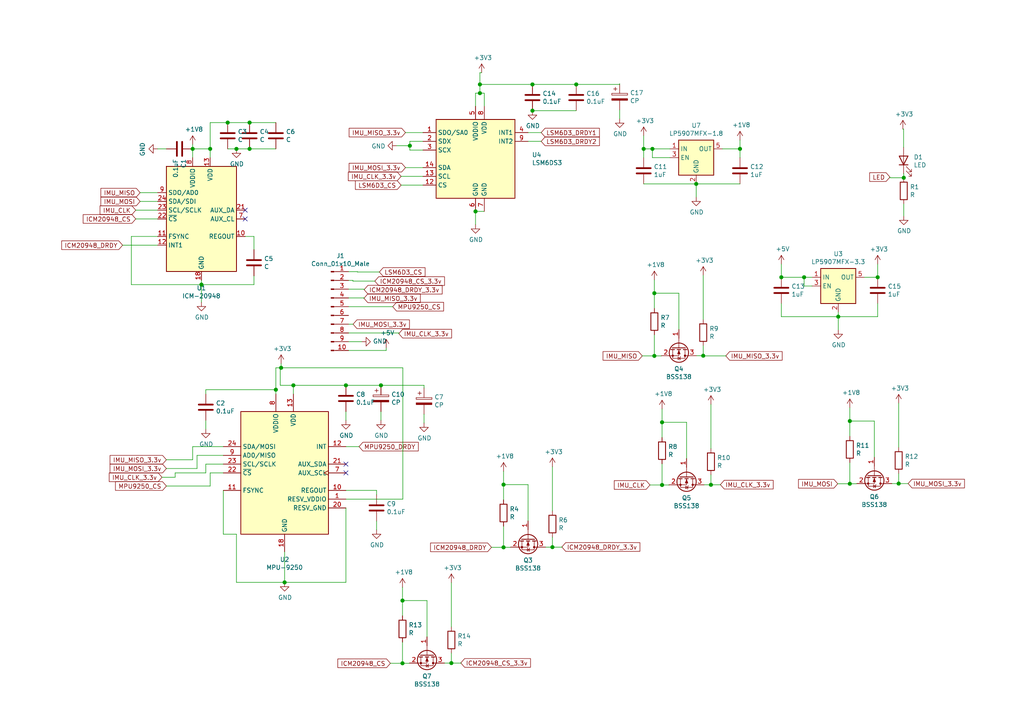
<source format=kicad_sch>
(kicad_sch (version 20200828) (generator eeschema)
  (page 1 1)
  (paper "A4")
  (lib_symbols
    (symbol "Connector:Conn_01x10_Male" (pin_names (offset 1.016) hide)
      (property "Reference" "J" (at 0 12.7 0))
      (property "Value" "Conn_01x10_Male" (at 0 -15.24 0))
      (symbol "Conn_01x10_Male_1_1"
        (rectangle (start 0.8636 -12.573) (end 0 -12.827) (stroke (width 0.1524)) (fill (type outline)))
        (rectangle (start 0.8636 -10.033) (end 0 -10.287) (stroke (width 0.1524)) (fill (type outline)))
        (rectangle (start 0.8636 -7.493) (end 0 -7.747) (stroke (width 0.1524)) (fill (type outline)))
        (rectangle (start 0.8636 -4.953) (end 0 -5.207) (stroke (width 0.1524)) (fill (type outline)))
        (rectangle (start 0.8636 -2.413) (end 0 -2.667) (stroke (width 0.1524)) (fill (type outline)))
        (rectangle (start 0.8636 0.127) (end 0 -0.127) (stroke (width 0.1524)) (fill (type outline)))
        (rectangle (start 0.8636 2.667) (end 0 2.413) (stroke (width 0.1524)) (fill (type outline)))
        (rectangle (start 0.8636 5.207) (end 0 4.953) (stroke (width 0.1524)) (fill (type outline)))
        (rectangle (start 0.8636 7.747) (end 0 7.493) (stroke (width 0.1524)) (fill (type outline)))
        (rectangle (start 0.8636 10.287) (end 0 10.033) (stroke (width 0.1524)) (fill (type outline)))
        (polyline (pts (xy 1.27 -12.7) (xy 0.8636 -12.7)) (stroke (width 0.1524)))
        (polyline (pts (xy 1.27 -10.16) (xy 0.8636 -10.16)) (stroke (width 0.1524)))
        (polyline (pts (xy 1.27 -7.62) (xy 0.8636 -7.62)) (stroke (width 0.1524)))
        (polyline (pts (xy 1.27 -5.08) (xy 0.8636 -5.08)) (stroke (width 0.1524)))
        (polyline (pts (xy 1.27 -2.54) (xy 0.8636 -2.54)) (stroke (width 0.1524)))
        (polyline (pts (xy 1.27 0) (xy 0.8636 0)) (stroke (width 0.1524)))
        (polyline (pts (xy 1.27 2.54) (xy 0.8636 2.54)) (stroke (width 0.1524)))
        (polyline (pts (xy 1.27 5.08) (xy 0.8636 5.08)) (stroke (width 0.1524)))
        (polyline (pts (xy 1.27 7.62) (xy 0.8636 7.62)) (stroke (width 0.1524)))
        (polyline (pts (xy 1.27 10.16) (xy 0.8636 10.16)) (stroke (width 0.1524)))
        (pin passive line (at 5.08 10.16 180) (length 3.81) (name "Pin_1") (number "1"))
        (pin passive line (at 5.08 -12.7 180) (length 3.81) (name "Pin_10") (number "10"))
        (pin passive line (at 5.08 7.62 180) (length 3.81) (name "Pin_2") (number "2"))
        (pin passive line (at 5.08 5.08 180) (length 3.81) (name "Pin_3") (number "3"))
        (pin passive line (at 5.08 2.54 180) (length 3.81) (name "Pin_4") (number "4"))
        (pin passive line (at 5.08 0 180) (length 3.81) (name "Pin_5") (number "5"))
        (pin passive line (at 5.08 -2.54 180) (length 3.81) (name "Pin_6") (number "6"))
        (pin passive line (at 5.08 -5.08 180) (length 3.81) (name "Pin_7") (number "7"))
        (pin passive line (at 5.08 -7.62 180) (length 3.81) (name "Pin_8") (number "8"))
        (pin passive line (at 5.08 -10.16 180) (length 3.81) (name "Pin_9") (number "9"))
      )
    )
    (symbol "Device:C" (pin_numbers hide) (pin_names (offset 0.254))
      (property "Reference" "C" (at 0.635 2.54 0))
      (property "Value" "C" (at 0.635 -2.54 0))
      (symbol "C_0_1"
        (polyline (pts (xy -2.032 -0.762) (xy 2.032 -0.762)) (stroke (width 0.508)))
        (polyline (pts (xy -2.032 0.762) (xy 2.032 0.762)) (stroke (width 0.508)))
      )
      (symbol "C_1_1"
        (pin passive line (at 0 3.81 270) (length 2.794) (name "~") (number "1"))
        (pin passive line (at 0 -3.81 90) (length 2.794) (name "~") (number "2"))
      )
    )
    (symbol "Device:CP" (pin_numbers hide) (pin_names (offset 0.254))
      (property "Reference" "C" (at 0.635 2.54 0))
      (property "Value" "CP" (at 0.635 -2.54 0))
      (symbol "CP_0_1"
        (rectangle (start -2.286 0.508) (end 2.286 1.016))
        (rectangle (start 2.286 -0.508) (end -2.286 -1.016) (fill (type outline)))
        (polyline (pts (xy -1.778 2.286) (xy -0.762 2.286)))
        (polyline (pts (xy -1.27 2.794) (xy -1.27 1.778)))
      )
      (symbol "CP_1_1"
        (pin passive line (at 0 3.81 270) (length 2.794) (name "~") (number "1"))
        (pin passive line (at 0 -3.81 90) (length 2.794) (name "~") (number "2"))
      )
    )
    (symbol "Device:LED" (pin_numbers hide) (pin_names (offset 1.016) hide)
      (property "Reference" "D" (at 0 2.54 0))
      (property "Value" "LED" (at 0 -2.54 0))
      (symbol "LED_0_1"
        (polyline (pts (xy -1.27 -1.27) (xy -1.27 1.27)) (stroke (width 0.254)))
        (polyline (pts (xy -1.27 0) (xy 1.27 0)))
        (polyline (pts (xy 1.27 -1.27) (xy 1.27 1.27) (xy -1.27 0) (xy 1.27 -1.27)) (stroke (width 0.254)))
        (polyline (pts (xy -3.048 -0.762) (xy -4.572 -2.286) (xy -3.81 -2.286) (xy -4.572 -2.286) (xy -4.572 -1.524)))
        (polyline (pts (xy -1.778 -0.762) (xy -3.302 -2.286) (xy -2.54 -2.286) (xy -3.302 -2.286) (xy -3.302 -1.524)))
      )
      (symbol "LED_1_1"
        (pin passive line (at -3.81 0 0) (length 2.54) (name "K") (number "1"))
        (pin passive line (at 3.81 0 180) (length 2.54) (name "A") (number "2"))
      )
    )
    (symbol "Device:R" (pin_numbers hide) (pin_names (offset 0))
      (property "Reference" "R" (at 2.032 0 90))
      (property "Value" "R" (at 0 0 90))
      (symbol "R_0_1"
        (rectangle (start -1.016 -2.54) (end 1.016 2.54) (stroke (width 0.254)))
      )
      (symbol "R_1_1"
        (pin passive line (at 0 3.81 270) (length 1.27) (name "~") (number "1"))
        (pin passive line (at 0 -3.81 90) (length 1.27) (name "~") (number "2"))
      )
    )
    (symbol "Regulator_Linear:LP5907MFX-1.8"
      (property "Reference" "U" (at -3.81 6.35 0))
      (property "Value" "LP5907MFX-1.8" (at 6.35 6.35 0))
      (symbol "LP5907MFX-1.8_0_1"
        (rectangle (start -5.08 -5.08) (end 5.08 5.08) (stroke (width 0.254)) (fill (type background)))
        (pin power_in line (at -7.62 2.54 0) (length 2.54) (name "IN") (number "1"))
        (pin power_in line (at 0 -7.62 90) (length 2.54) (name "GND") (number "2"))
        (pin input line (at -7.62 0 0) (length 2.54) (name "EN") (number "3"))
        (pin unconnected line (at 5.08 0 180) (length 2.54) hide (name "NC") (number "4"))
        (pin power_out line (at 7.62 2.54 180) (length 2.54) (name "OUT") (number "5"))
      )
    )
    (symbol "Regulator_Linear:LP5907MFX-3.3"
      (property "Reference" "U" (at -3.81 6.35 0))
      (property "Value" "LP5907MFX-3.3" (at 6.35 6.35 0))
      (symbol "LP5907MFX-3.3_0_1"
        (rectangle (start -5.08 -5.08) (end 5.08 5.08) (stroke (width 0.254)) (fill (type background)))
        (pin power_in line (at -7.62 2.54 0) (length 2.54) (name "IN") (number "1"))
        (pin power_in line (at 0 -7.62 90) (length 2.54) (name "GND") (number "2"))
        (pin input line (at -7.62 0 0) (length 2.54) (name "EN") (number "3"))
        (pin unconnected line (at 5.08 0 180) (length 2.54) hide (name "NC") (number "4"))
        (pin power_out line (at 7.62 2.54 180) (length 2.54) (name "OUT") (number "5"))
      )
    )
    (symbol "Sensor_Motion:ICM-20948"
      (property "Reference" "U" (at -11.43 16.51 0))
      (property "Value" "ICM-20948" (at 7.62 -16.51 0))
      (symbol "ICM-20948_0_1"
        (rectangle (start -10.16 15.24) (end 10.16 -15.24) (stroke (width 0.254)) (fill (type background)))
      )
      (symbol "ICM-20948_1_1"
        (pin unconnected line (at -10.16 12.7 0) (length 2.54) hide (name "NC") (number "1"))
        (pin passive line (at 12.7 -5.08 180) (length 2.54) (name "REGOUT") (number "10"))
        (pin input line (at -12.7 -5.08 0) (length 2.54) (name "FSYNC") (number "11"))
        (pin output line (at -12.7 -7.62 0) (length 2.54) (name "INT1") (number "12"))
        (pin power_in line (at 2.54 17.78 270) (length 2.54) (name "VDD") (number "13"))
        (pin unconnected line (at 10.16 7.62 180) (length 2.54) hide (name "NC") (number "14"))
        (pin unconnected line (at 10.16 5.08 180) (length 2.54) hide (name "NC") (number "15"))
        (pin unconnected line (at 10.16 -7.62 180) (length 2.54) hide (name "NC") (number "16"))
        (pin unconnected line (at 10.16 -10.16 180) (length 2.54) hide (name "NC") (number "17"))
        (pin power_in line (at 0 -17.78 90) (length 2.54) (name "GND") (number "18"))
        (pin unconnected line (at 10.16 -12.7 180) (length 2.54) hide (name "RESV") (number "19"))
        (pin unconnected line (at -10.16 10.16 0) (length 2.54) hide (name "NC") (number "2"))
        (pin passive line (at 0 -17.78 90) (length 2.54) hide (name "GND") (number "20"))
        (pin bidirectional line (at 12.7 2.54 180) (length 2.54) (name "AUX_DA") (number "21"))
        (pin input line (at -12.7 0 0) (length 2.54) (name "~CS") (number "22"))
        (pin input line (at -12.7 2.54 0) (length 2.54) (name "SCL/SCLK") (number "23"))
        (pin bidirectional line (at -12.7 5.08 0) (length 2.54) (name "SDA/SDI") (number "24"))
        (pin unconnected line (at -10.16 -2.54 0) (length 2.54) hide (name "NC") (number "3"))
        (pin unconnected line (at -10.16 -10.16 0) (length 2.54) hide (name "NC") (number "4"))
        (pin unconnected line (at -10.16 -12.7 0) (length 2.54) hide (name "NC") (number "5"))
        (pin unconnected line (at 10.16 10.16 180) (length 2.54) hide (name "NC") (number "6"))
        (pin output line (at 12.7 0 180) (length 2.54) (name "AUX_CL") (number "7"))
        (pin power_in line (at -2.54 17.78 270) (length 2.54) (name "VDDIO") (number "8"))
        (pin bidirectional line (at -12.7 7.62 0) (length 2.54) (name "SDO/AD0") (number "9"))
      )
    )
    (symbol "Sensor_Motion:LSM6DS3"
      (property "Reference" "U" (at -11.43 15.24 0))
      (property "Value" "LSM6DS3" (at -11.43 12.7 0))
      (symbol "LSM6DS3_0_1"
        (rectangle (start 11.43 11.43) (end -11.43 -11.43) (stroke (width 0.254)) (fill (type background)))
      )
      (symbol "LSM6DS3_1_1"
        (pin bidirectional line (at -15.24 7.62 0) (length 3.81) (name "SDO/SA0") (number "1"))
        (pin unconnected line (at 10.16 -5.08 180) (length 3.81) hide (name "NC") (number "10"))
        (pin unconnected line (at 10.16 -2.54 180) (length 3.81) hide (name "NC") (number "11"))
        (pin input line (at -15.24 -7.62 0) (length 3.81) (name "CS") (number "12"))
        (pin input line (at -15.24 -5.08 0) (length 3.81) (name "SCL") (number "13"))
        (pin bidirectional line (at -15.24 -2.54 0) (length 3.81) (name "SDA") (number "14"))
        (pin bidirectional line (at -15.24 5.08 0) (length 3.81) (name "SDX") (number "2"))
        (pin input line (at -15.24 2.54 0) (length 3.81) (name "SCX") (number "3"))
        (pin output line (at 15.24 7.62 180) (length 3.81) (name "INT1") (number "4"))
        (pin power_in line (at 0 15.24 270) (length 3.81) (name "VDDIO") (number "5"))
        (pin power_in line (at 0 -15.24 90) (length 3.81) (name "GND") (number "6"))
        (pin power_in line (at 2.54 -15.24 90) (length 3.81) (name "GND") (number "7"))
        (pin power_in line (at 2.54 15.24 270) (length 3.81) (name "VDD") (number "8"))
        (pin output line (at 15.24 5.08 180) (length 3.81) (name "INT2") (number "9"))
      )
    )
    (symbol "Sensor_Motion:MPU-9250"
      (property "Reference" "U" (at -11.43 19.05 0))
      (property "Value" "MPU-9250" (at 7.62 -19.05 0))
      (symbol "MPU-9250_0_1"
        (rectangle (start -12.7 17.78) (end 12.7 -17.78) (stroke (width 0.254)) (fill (type background)))
      )
      (symbol "MPU-9250_1_1"
        (pin input line (at 17.78 -7.62 180) (length 5.08) (name "RESV_VDDIO") (number "1"))
        (pin passive line (at 17.78 -5.08 180) (length 5.08) (name "REGOUT") (number "10"))
        (pin input line (at -17.78 -5.08 0) (length 5.08) (name "FSYNC") (number "11"))
        (pin output line (at 17.78 7.62 180) (length 5.08) (name "INT") (number "12"))
        (pin power_in line (at 2.54 22.86 270) (length 5.08) (name "VDD") (number "13"))
        (pin power_in line (at 0 -22.86 90) (length 5.08) (name "GND") (number "18"))
        (pin power_in line (at 17.78 -10.16 180) (length 5.08) (name "RESV_GND") (number "20"))
        (pin bidirectional line (at 17.78 2.54 180) (length 5.08) (name "AUX_SDA") (number "21"))
        (pin input line (at -17.78 0 0) (length 5.08) (name "~CS") (number "22"))
        (pin input line (at -17.78 2.54 0) (length 5.08) (name "SCL/SCLK") (number "23"))
        (pin bidirectional line (at -17.78 7.62 0) (length 5.08) (name "SDA/MOSI") (number "24"))
        (pin output clock (at 17.78 0 180) (length 5.08) (name "AUX_SCL") (number "7"))
        (pin power_in line (at -2.54 22.86 270) (length 5.08) (name "VDDIO") (number "8"))
        (pin bidirectional line (at -17.78 5.08 0) (length 5.08) (name "AD0/MISO") (number "9"))
      )
    )
    (symbol "Transistor_FET:BSS138" (pin_names hide)
      (property "Reference" "Q" (at 5.08 1.905 0))
      (property "Value" "BSS138" (at 5.08 0 0))
      (symbol "BSS138_0_1"
        (circle (center 1.651 0) (radius 2.794) (stroke (width 0.254)))
        (circle (center 2.54 -1.778) (radius 0.254) (fill (type outline)))
        (circle (center 2.54 1.778) (radius 0.254) (fill (type outline)))
        (polyline (pts (xy 0.254 0) (xy -2.54 0)))
        (polyline (pts (xy 0.254 1.905) (xy 0.254 -1.905)) (stroke (width 0.254)))
        (polyline (pts (xy 0.762 -1.27) (xy 0.762 -2.286)) (stroke (width 0.254)))
        (polyline (pts (xy 0.762 0.508) (xy 0.762 -0.508)) (stroke (width 0.254)))
        (polyline (pts (xy 0.762 2.286) (xy 0.762 1.27)) (stroke (width 0.254)))
        (polyline (pts (xy 2.54 2.54) (xy 2.54 1.778)))
        (polyline (pts (xy 2.54 -2.54) (xy 2.54 0) (xy 0.762 0)))
        (polyline (pts (xy 0.762 -1.778) (xy 3.302 -1.778) (xy 3.302 1.778) (xy 0.762 1.778)))
        (polyline (pts (xy 1.016 0) (xy 2.032 0.381) (xy 2.032 -0.381) (xy 1.016 0)) (fill (type outline)))
        (polyline (pts (xy 2.794 0.508) (xy 2.921 0.381) (xy 3.683 0.381) (xy 3.81 0.254)))
        (polyline (pts (xy 3.302 0.381) (xy 2.921 -0.254) (xy 3.683 -0.254) (xy 3.302 0.381)))
      )
      (symbol "BSS138_1_1"
        (pin input line (at -5.08 0 0) (length 2.54) (name "G") (number "1"))
        (pin passive line (at 2.54 -5.08 90) (length 2.54) (name "S") (number "2"))
        (pin passive line (at 2.54 5.08 270) (length 2.54) (name "D") (number "3"))
      )
    )
    (symbol "power:+1V8" (power) (pin_names (offset 0))
      (property "Value" "+1V8" (at 0 3.556 0))
      (symbol "+1V8_0_1"
        (polyline (pts (xy -0.762 1.27) (xy 0 2.54)))
        (polyline (pts (xy 0 0) (xy 0 2.54)))
        (polyline (pts (xy 0 2.54) (xy 0.762 1.27)))
      )
      (symbol "+1V8_1_1"
        (pin power_in line (at 0 0 90) (length 0) hide (name "+1V8") (number "1"))
      )
    )
    (symbol "power:+3V3" (power) (pin_names (offset 0))
      (property "Value" "+3V3" (at 0 3.556 0))
      (symbol "+3V3_0_1"
        (polyline (pts (xy -0.762 1.27) (xy 0 2.54)))
        (polyline (pts (xy 0 0) (xy 0 2.54)))
        (polyline (pts (xy 0 2.54) (xy 0.762 1.27)))
      )
      (symbol "+3V3_1_1"
        (pin power_in line (at 0 0 90) (length 0) hide (name "+3V3") (number "1"))
      )
    )
    (symbol "power:+5V" (power) (pin_names (offset 0))
      (property "Value" "+5V" (at 0 3.556 0))
      (symbol "+5V_0_1"
        (polyline (pts (xy -0.762 1.27) (xy 0 2.54)))
        (polyline (pts (xy 0 0) (xy 0 2.54)))
        (polyline (pts (xy 0 2.54) (xy 0.762 1.27)))
      )
      (symbol "+5V_1_1"
        (pin power_in line (at 0 0 90) (length 0) hide (name "+5V") (number "1"))
      )
    )
    (symbol "power:GND" (power) (pin_names (offset 0))
      (property "Value" "GND" (at 0 -3.81 0))
      (symbol "GND_0_1"
        (polyline (pts (xy 0 0) (xy 0 -1.27) (xy 1.27 -1.27) (xy 0 -2.54) (xy -1.27 -1.27) (xy 0 -1.27)))
      )
      (symbol "GND_1_1"
        (pin power_in line (at 0 0 270) (length 0) hide (name "GND") (number "1"))
      )
    )
  )
  (junction (at 55.88 43.18) (diameter 1.016))
  (junction (at 58.42 82.55) (diameter 1.016))
  (junction (at 60.96 43.18) (diameter 1.016))
  (junction (at 66.04 35.56) (diameter 1.016))
  (junction (at 68.58 43.18) (diameter 1.016))
  (junction (at 72.39 35.56) (diameter 1.016))
  (junction (at 72.39 43.18) (diameter 1.016))
  (junction (at 80.01 113.03) (diameter 1.016))
  (junction (at 81.534 106.68) (diameter 1.016))
  (junction (at 82.55 168.91) (diameter 1.016))
  (junction (at 85.09 111.76) (diameter 1.016))
  (junction (at 100.33 111.76) (diameter 1.016))
  (junction (at 110.49 111.76) (diameter 1.016))
  (junction (at 116.7384 174.1932) (diameter 1.016))
  (junction (at 116.7384 192.3796) (diameter 1.016))
  (junction (at 118.872 42.2656) (diameter 1.016))
  (junction (at 130.9116 192.3288) (diameter 1.016))
  (junction (at 137.922 61.3156) (diameter 1.016))
  (junction (at 139.192 24.4856) (diameter 1.016))
  (junction (at 139.192 27.0256) (diameter 1.016))
  (junction (at 146.05 140.5636) (diameter 1.016))
  (junction (at 146.05 158.75) (diameter 1.016))
  (junction (at 154.432 24.4856) (diameter 1.016))
  (junction (at 154.432 32.1056) (diameter 1.016))
  (junction (at 160.2232 158.6992) (diameter 1.016))
  (junction (at 167.132 24.4856) (diameter 1.016))
  (junction (at 186.69 43.18) (diameter 1.016))
  (junction (at 189.23 43.18) (diameter 1.016))
  (junction (at 189.7888 85.0392) (diameter 1.016))
  (junction (at 189.7888 103.2256) (diameter 1.016))
  (junction (at 192.024 122.4788) (diameter 1.016))
  (junction (at 192.024 140.6652) (diameter 1.016))
  (junction (at 201.93 53.34) (diameter 1.016))
  (junction (at 203.962 103.1748) (diameter 1.016))
  (junction (at 206.1972 140.6144) (diameter 1.016))
  (junction (at 214.63 43.18) (diameter 1.016))
  (junction (at 226.6188 80.4164) (diameter 1.016))
  (junction (at 233.2228 80.4164) (diameter 1.016))
  (junction (at 243.1288 91.8464) (diameter 1.016))
  (junction (at 246.4816 122.1232) (diameter 1.016))
  (junction (at 246.4816 140.3096) (diameter 1.016))
  (junction (at 254.5588 80.4164) (diameter 1.016))
  (junction (at 260.6548 140.2588) (diameter 1.016))
  (junction (at 262.128 51.562) (diameter 1.016))
  (no_connect (at 71.12 63.5))
  (no_connect (at 71.12 60.96))
  (no_connect (at 100.33 134.62))
  (no_connect (at 100.33 137.16))
  (wire (pts (xy 35.56 71.12) (xy 45.72 71.12)))
  (wire (pts (xy 38.1 68.58) (xy 38.1 82.55)))
  (wire (pts (xy 38.1 82.55) (xy 58.42 82.55)))
  (wire (pts (xy 39.37 60.96) (xy 45.72 60.96)))
  (wire (pts (xy 39.37 63.5) (xy 45.72 63.5)))
  (wire (pts (xy 40.64 58.42) (xy 45.72 58.42)))
  (wire (pts (xy 45.72 55.88) (xy 40.64 55.88)))
  (wire (pts (xy 45.72 68.58) (xy 38.1 68.58)))
  (wire (pts (xy 46.99 138.43) (xy 50.8 138.43)))
  (wire (pts (xy 48.26 43.18) (xy 45.72 43.18)))
  (wire (pts (xy 48.26 133.35) (xy 55.88 133.35)))
  (wire (pts (xy 48.26 140.97) (xy 60.96 140.97)))
  (wire (pts (xy 50.8 137.16) (xy 50.8 138.43)))
  (wire (pts (xy 50.8 137.16) (xy 59.69 137.16)))
  (wire (pts (xy 55.88 43.18) (xy 55.88 41.91)))
  (wire (pts (xy 55.88 43.18) (xy 60.96 43.18)))
  (wire (pts (xy 55.88 45.72) (xy 55.88 43.18)))
  (wire (pts (xy 55.88 129.54) (xy 55.88 133.35)))
  (wire (pts (xy 55.88 129.54) (xy 64.77 129.54)))
  (wire (pts (xy 57.15 132.08) (xy 57.15 135.89)))
  (wire (pts (xy 57.15 135.89) (xy 48.26 135.89)))
  (wire (pts (xy 58.42 82.55) (xy 58.42 81.28)))
  (wire (pts (xy 58.42 82.55) (xy 58.42 87.63)))
  (wire (pts (xy 59.69 113.03) (xy 59.69 114.3)))
  (wire (pts (xy 59.69 113.03) (xy 80.01 113.03)))
  (wire (pts (xy 59.69 121.92) (xy 59.69 124.46)))
  (wire (pts (xy 59.69 134.62) (xy 64.77 134.62)))
  (wire (pts (xy 59.69 137.16) (xy 59.69 134.62)))
  (wire (pts (xy 60.96 35.56) (xy 60.96 43.18)))
  (wire (pts (xy 60.96 35.56) (xy 66.04 35.56)))
  (wire (pts (xy 60.96 43.18) (xy 60.96 45.72)))
  (wire (pts (xy 60.96 137.16) (xy 64.77 137.16)))
  (wire (pts (xy 60.96 140.97) (xy 60.96 137.16)))
  (wire (pts (xy 64.77 132.08) (xy 57.15 132.08)))
  (wire (pts (xy 64.77 142.24) (xy 64.77 154.94)))
  (wire (pts (xy 64.77 154.94) (xy 68.58 154.94)))
  (wire (pts (xy 66.04 35.56) (xy 72.39 35.56)))
  (wire (pts (xy 66.04 43.18) (xy 68.58 43.18)))
  (wire (pts (xy 68.58 43.18) (xy 72.39 43.18)))
  (wire (pts (xy 68.58 168.91) (xy 68.58 154.94)))
  (wire (pts (xy 68.58 168.91) (xy 82.55 168.91)))
  (wire (pts (xy 71.12 68.58) (xy 73.66 68.58)))
  (wire (pts (xy 72.39 35.56) (xy 80.01 35.56)))
  (wire (pts (xy 73.66 68.58) (xy 73.66 72.39)))
  (wire (pts (xy 73.66 80.01) (xy 73.66 82.55)))
  (wire (pts (xy 73.66 82.55) (xy 58.42 82.55)))
  (wire (pts (xy 80.01 43.18) (xy 72.39 43.18)))
  (wire (pts (xy 80.01 106.68) (xy 81.28 106.68)))
  (wire (pts (xy 80.01 113.03) (xy 80.01 106.68)))
  (wire (pts (xy 80.01 113.03) (xy 80.01 114.3)))
  (wire (pts (xy 81.28 106.68) (xy 81.28 111.76)))
  (wire (pts (xy 81.534 105.4608) (xy 81.534 106.68)))
  (wire (pts (xy 81.534 106.68) (xy 81.28 106.68)))
  (wire (pts (xy 82.55 160.02) (xy 82.55 168.91)))
  (wire (pts (xy 85.09 111.76) (xy 81.28 111.76)))
  (wire (pts (xy 85.09 111.76) (xy 100.33 111.76)))
  (wire (pts (xy 85.09 114.3) (xy 85.09 111.76)))
  (wire (pts (xy 100.33 111.76) (xy 110.49 111.76)))
  (wire (pts (xy 100.33 119.38) (xy 100.33 121.92)))
  (wire (pts (xy 100.33 142.24) (xy 109.22 142.24)))
  (wire (pts (xy 100.33 144.78) (xy 116.84 144.78)))
  (wire (pts (xy 100.33 147.32) (xy 100.33 168.91)))
  (wire (pts (xy 100.33 168.91) (xy 82.55 168.91)))
  (wire (pts (xy 101.092 78.7908) (xy 103.6828 78.7908)))
  (wire (pts (xy 101.092 81.3308) (xy 102.362 81.3308)))
  (wire (pts (xy 101.092 83.8708) (xy 105.6132 83.8708)))
  (wire (pts (xy 101.092 86.4108) (xy 105.5624 86.4108)))
  (wire (pts (xy 101.092 88.9508) (xy 113.8936 88.9508)))
  (wire (pts (xy 101.092 94.0308) (xy 102.4128 94.0308)))
  (wire (pts (xy 101.092 96.5708) (xy 115.6716 96.5708)))
  (wire (pts (xy 101.092 99.1108) (xy 104.902 99.1108)))
  (wire (pts (xy 101.092 101.6508) (xy 112.014 101.6508)))
  (wire (pts (xy 102.362 81.3308) (xy 102.362 81.534)))
  (wire (pts (xy 103.6828 78.7908) (xy 103.6828 78.8924)))
  (wire (pts (xy 104.14 129.54) (xy 100.33 129.54)))
  (wire (pts (xy 105.5624 86.4108) (xy 105.5624 86.5124)))
  (wire (pts (xy 105.6132 83.8708) (xy 105.6132 84.0232)))
  (wire (pts (xy 108.712 81.534) (xy 102.362 81.534)))
  (wire (pts (xy 109.22 142.24) (xy 109.22 143.51)))
  (wire (pts (xy 109.22 153.67) (xy 109.22 151.13)))
  (wire (pts (xy 110.0328 78.8924) (xy 103.6828 78.8924)))
  (wire (pts (xy 110.49 111.76) (xy 122.9868 111.76)))
  (wire (pts (xy 110.49 119.38) (xy 110.49 121.92)))
  (wire (pts (xy 112.014 101.6508) (xy 112.014 100.9396)))
  (wire (pts (xy 113.2332 192.3796) (xy 116.7384 192.3796)))
  (wire (pts (xy 115.062 42.2656) (xy 118.872 42.2656)))
  (wire (pts (xy 115.6716 96.5708) (xy 115.6716 96.774)))
  (wire (pts (xy 116.332 51.1556) (xy 122.682 51.1556)))
  (wire (pts (xy 116.332 53.6956) (xy 122.682 53.6956)))
  (wire (pts (xy 116.7384 170.3324) (xy 116.7384 174.1932)))
  (wire (pts (xy 116.7384 174.1932) (xy 116.7384 178.6128)))
  (wire (pts (xy 116.7384 174.1932) (xy 123.8504 174.1932)))
  (wire (pts (xy 116.7384 186.2328) (xy 116.7384 192.3796)))
  (wire (pts (xy 116.7384 192.3796) (xy 118.7704 192.3796)))
  (wire (pts (xy 116.84 106.68) (xy 81.534 106.68)))
  (wire (pts (xy 116.84 144.78) (xy 116.84 106.68)))
  (wire (pts (xy 117.602 48.6156) (xy 122.682 48.6156)))
  (wire (pts (xy 118.7704 192.3796) (xy 118.7704 192.3288)))
  (wire (pts (xy 118.872 40.9956) (xy 118.872 42.2656)))
  (wire (pts (xy 118.872 42.2656) (xy 118.872 43.5356)))
  (wire (pts (xy 118.872 43.5356) (xy 122.682 43.5356)))
  (wire (pts (xy 122.682 38.4556) (xy 117.602 38.4556)))
  (wire (pts (xy 122.682 40.9956) (xy 118.872 40.9956)))
  (wire (pts (xy 122.9868 111.76) (xy 122.9868 112.522)))
  (wire (pts (xy 122.9868 120.142) (xy 122.9868 122.682)))
  (wire (pts (xy 123.8504 174.1932) (xy 123.8504 184.7088)))
  (wire (pts (xy 128.9304 192.3288) (xy 130.9116 192.3288)))
  (wire (pts (xy 130.9116 169.0116) (xy 130.9116 181.8132)))
  (wire (pts (xy 130.9116 192.3288) (xy 130.9116 189.4332)))
  (wire (pts (xy 130.9116 192.3288) (xy 133.6548 192.3288)))
  (wire (pts (xy 133.6548 192.3288) (xy 133.6548 192.278)))
  (wire (pts (xy 137.922 27.0256) (xy 139.192 27.0256)))
  (wire (pts (xy 137.922 30.8356) (xy 137.922 27.0256)))
  (wire (pts (xy 137.922 61.3156) (xy 140.462 61.3156)))
  (wire (pts (xy 137.922 65.1256) (xy 137.922 61.3156)))
  (wire (pts (xy 139.192 21.082) (xy 139.7 21.082)))
  (wire (pts (xy 139.192 24.4856) (xy 139.192 21.082)))
  (wire (pts (xy 139.192 24.4856) (xy 154.432 24.4856)))
  (wire (pts (xy 139.192 27.0256) (xy 139.192 24.4856)))
  (wire (pts (xy 139.192 27.0256) (xy 140.462 27.0256)))
  (wire (pts (xy 140.462 27.0256) (xy 140.462 30.8356)))
  (wire (pts (xy 142.5448 158.75) (xy 146.05 158.75)))
  (wire (pts (xy 146.05 136.7028) (xy 146.05 140.5636)))
  (wire (pts (xy 146.05 140.5636) (xy 146.05 144.9832)))
  (wire (pts (xy 146.05 140.5636) (xy 153.162 140.5636)))
  (wire (pts (xy 146.05 152.6032) (xy 146.05 158.75)))
  (wire (pts (xy 146.05 158.75) (xy 148.082 158.75)))
  (wire (pts (xy 148.082 158.75) (xy 148.082 158.6992)))
  (wire (pts (xy 153.162 140.5636) (xy 153.162 151.0792)))
  (wire (pts (xy 154.432 24.4856) (xy 167.132 24.4856)))
  (wire (pts (xy 154.432 32.1056) (xy 167.132 32.1056)))
  (wire (pts (xy 156.972 38.4556) (xy 153.162 38.4556)))
  (wire (pts (xy 156.972 40.9956) (xy 153.162 40.9956)))
  (wire (pts (xy 158.242 158.6992) (xy 160.2232 158.6992)))
  (wire (pts (xy 160.2232 135.382) (xy 160.2232 148.1836)))
  (wire (pts (xy 160.2232 158.6992) (xy 160.2232 155.8036)))
  (wire (pts (xy 160.2232 158.6992) (xy 162.9664 158.6992)))
  (wire (pts (xy 162.9664 158.6992) (xy 162.9664 158.6484)))
  (wire (pts (xy 167.132 24.4856) (xy 179.7304 24.4856)))
  (wire (pts (xy 179.7304 24.4856) (xy 179.7304 24.2824)))
  (wire (pts (xy 179.7304 31.9024) (xy 179.7304 34.4424)))
  (wire (pts (xy 186.2836 103.2256) (xy 189.7888 103.2256)))
  (wire (pts (xy 186.69 39.37) (xy 186.69 43.18)))
  (wire (pts (xy 186.69 43.18) (xy 186.69 45.72)))
  (wire (pts (xy 186.69 43.18) (xy 189.23 43.18)))
  (wire (pts (xy 186.69 53.34) (xy 201.93 53.34)))
  (wire (pts (xy 188.5188 140.6652) (xy 192.024 140.6652)))
  (wire (pts (xy 189.23 43.18) (xy 194.31 43.18)))
  (wire (pts (xy 189.23 45.72) (xy 189.23 43.18)))
  (wire (pts (xy 189.7888 81.1784) (xy 189.7888 85.0392)))
  (wire (pts (xy 189.7888 85.0392) (xy 189.7888 89.4588)))
  (wire (pts (xy 189.7888 85.0392) (xy 196.9008 85.0392)))
  (wire (pts (xy 189.7888 97.0788) (xy 189.7888 103.2256)))
  (wire (pts (xy 189.7888 103.2256) (xy 191.8208 103.2256)))
  (wire (pts (xy 191.8208 103.2256) (xy 191.8208 103.1748)))
  (wire (pts (xy 192.024 118.618) (xy 192.024 122.4788)))
  (wire (pts (xy 192.024 122.4788) (xy 192.024 126.8984)))
  (wire (pts (xy 192.024 122.4788) (xy 199.136 122.4788)))
  (wire (pts (xy 192.024 134.5184) (xy 192.024 140.6652)))
  (wire (pts (xy 192.024 140.6652) (xy 194.056 140.6652)))
  (wire (pts (xy 194.056 140.6652) (xy 194.056 140.6144)))
  (wire (pts (xy 194.31 45.72) (xy 189.23 45.72)))
  (wire (pts (xy 196.9008 85.0392) (xy 196.9008 95.5548)))
  (wire (pts (xy 199.136 122.4788) (xy 199.136 132.9944)))
  (wire (pts (xy 201.93 53.34) (xy 201.93 57.15)))
  (wire (pts (xy 201.93 53.34) (xy 214.63 53.34)))
  (wire (pts (xy 201.9808 103.1748) (xy 203.962 103.1748)))
  (wire (pts (xy 203.962 79.8576) (xy 203.962 92.6592)))
  (wire (pts (xy 203.962 103.1748) (xy 203.962 100.2792)))
  (wire (pts (xy 203.962 103.2256) (xy 203.962 103.1748)))
  (wire (pts (xy 204.216 140.6144) (xy 206.1972 140.6144)))
  (wire (pts (xy 206.1972 117.2972) (xy 206.1972 130.0988)))
  (wire (pts (xy 206.1972 140.6144) (xy 206.1972 137.7188)))
  (wire (pts (xy 206.1972 140.6144) (xy 208.9404 140.6144)))
  (wire (pts (xy 208.9404 140.6144) (xy 208.9404 140.5636)))
  (wire (pts (xy 209.55 43.18) (xy 214.63 43.18)))
  (wire (pts (xy 210.5152 103.1748) (xy 210.5152 103.2256)))
  (wire (pts (xy 210.5152 103.2256) (xy 203.962 103.2256)))
  (wire (pts (xy 214.63 43.18) (xy 214.63 40.64)))
  (wire (pts (xy 214.63 43.18) (xy 214.63 45.72)))
  (wire (pts (xy 226.6188 80.4164) (xy 226.6188 76.6064)))
  (wire (pts (xy 226.6188 80.4164) (xy 233.2228 80.4164)))
  (wire (pts (xy 226.6188 88.0364) (xy 226.6188 91.8464)))
  (wire (pts (xy 226.6188 91.8464) (xy 243.1288 91.8464)))
  (wire (pts (xy 233.2228 80.4164) (xy 235.5088 80.4164)))
  (wire (pts (xy 233.2228 82.9564) (xy 233.2228 80.4164)))
  (wire (pts (xy 233.2228 82.9564) (xy 235.5088 82.9564)))
  (wire (pts (xy 242.9764 140.3096) (xy 246.4816 140.3096)))
  (wire (pts (xy 243.1288 91.8464) (xy 243.1288 90.5764)))
  (wire (pts (xy 243.1288 91.8464) (xy 243.1288 95.6564)))
  (wire (pts (xy 243.1288 91.8464) (xy 254.5588 91.8464)))
  (wire (pts (xy 246.4816 118.2624) (xy 246.4816 122.1232)))
  (wire (pts (xy 246.4816 122.1232) (xy 246.4816 126.5428)))
  (wire (pts (xy 246.4816 122.1232) (xy 253.5936 122.1232)))
  (wire (pts (xy 246.4816 134.1628) (xy 246.4816 140.3096)))
  (wire (pts (xy 246.4816 140.3096) (xy 248.5136 140.3096)))
  (wire (pts (xy 248.5136 140.3096) (xy 248.5136 140.2588)))
  (wire (pts (xy 250.7488 80.4164) (xy 254.5588 80.4164)))
  (wire (pts (xy 253.5936 122.1232) (xy 253.5936 132.6388)))
  (wire (pts (xy 254.5588 80.4164) (xy 254.5588 76.6064)))
  (wire (pts (xy 254.5588 88.0364) (xy 254.5588 91.8464)))
  (wire (pts (xy 258.1148 51.562) (xy 258.1148 51.3588)))
  (wire (pts (xy 258.6736 140.2588) (xy 260.6548 140.2588)))
  (wire (pts (xy 260.6548 116.9416) (xy 260.6548 129.7432)))
  (wire (pts (xy 260.6548 140.2588) (xy 260.6548 137.3632)))
  (wire (pts (xy 260.6548 140.2588) (xy 263.398 140.2588)))
  (wire (pts (xy 262.0772 37.4396) (xy 261.874 37.4396)))
  (wire (pts (xy 262.0772 42.7228) (xy 262.0772 37.4396)))
  (wire (pts (xy 262.128 50.3428) (xy 262.0772 50.3428)))
  (wire (pts (xy 262.128 51.562) (xy 258.1148 51.562)))
  (wire (pts (xy 262.128 51.562) (xy 262.128 50.3428)))
  (wire (pts (xy 262.128 59.182) (xy 262.128 62.6364)))
  (global_label "ICM20948_DRDY" (shape input) (at 35.56 71.12 180))
  (global_label "IMU_CLK" (shape input) (at 39.37 60.96 180))
  (global_label "ICM20948_CS" (shape input) (at 39.37 63.5 180))
  (global_label "IMU_MISO" (shape input) (at 40.64 55.88 180))
  (global_label "IMU_MOSI" (shape input) (at 40.64 58.42 180))
  (global_label "IMU_CLK_3.3v" (shape input) (at 46.99 138.43 180))
  (global_label "IMU_MISO_3.3v" (shape input) (at 48.26 133.35 180))
  (global_label "IMU_MOSI_3.3v" (shape input) (at 48.26 135.89 180))
  (global_label "MPU9250_CS" (shape input) (at 48.26 140.97 180))
  (global_label "IMU_MOSI_3.3v" (shape input) (at 102.4128 94.0308 0))
  (global_label "MPU9250_DRDY" (shape input) (at 104.14 129.54 0))
  (global_label "IMU_MISO_3.3v" (shape input) (at 105.5624 86.5124 0))
  (global_label "ICM20948_DRDY_3.3v" (shape input) (at 105.6132 84.0232 0))
  (global_label "ICM20948_CS_3.3v" (shape input) (at 108.712 81.534 0))
  (global_label "LSM6D3_CS" (shape input) (at 110.0328 78.8924 0))
  (global_label "ICM20948_CS" (shape input) (at 113.2332 192.3796 180))
  (global_label "MPU9250_CS" (shape input) (at 113.8936 88.9508 0))
  (global_label "IMU_CLK_3.3v" (shape input) (at 115.6716 96.774 0))
  (global_label "IMU_CLK_3.3v" (shape input) (at 116.332 51.1556 180))
  (global_label "LSM6D3_CS" (shape input) (at 116.332 53.6956 180))
  (global_label "IMU_MISO_3.3v" (shape input) (at 117.602 38.4556 180))
  (global_label "IMU_MOSI_3.3v" (shape input) (at 117.602 48.6156 180))
  (global_label "ICM20948_CS_3.3v" (shape input) (at 133.6548 192.278 0))
  (global_label "ICM20948_DRDY" (shape input) (at 142.5448 158.75 180))
  (global_label "LSM6D3_DRDY1" (shape input) (at 156.972 38.4556 0))
  (global_label "LSM6D3_DRDY2" (shape input) (at 156.972 40.9956 0))
  (global_label "ICM20948_DRDY_3.3v" (shape input) (at 162.9664 158.6484 0))
  (global_label "IMU_MISO" (shape input) (at 186.2836 103.2256 180))
  (global_label "IMU_CLK" (shape input) (at 188.5188 140.6652 180))
  (global_label "IMU_CLK_3.3v" (shape input) (at 208.9404 140.5636 0))
  (global_label "IMU_MISO_3.3v" (shape input) (at 210.5152 103.2256 0))
  (global_label "IMU_MOSI" (shape input) (at 242.9764 140.3096 180))
  (global_label "LED" (shape input) (at 258.1148 51.3588 180))
  (global_label "IMU_MOSI_3.3v" (shape input) (at 263.398 140.2588 0))
  (symbol (lib_id "power:+1V8") (at 55.88 41.91 0) (unit 1)
    (property "Reference" "#PWR0112" (effects hide))
    (property "Value" "+1V8" (at 56.261 37.5158 0))
  )
  (symbol (lib_id "power:+3V3") (at 81.534 105.4608 0) (unit 1)
    (property "Reference" "#PWR0107" (effects hide))
    (property "Value" "+3V3" (at 81.9023 101.1364 0))
  )
  (symbol (lib_id "power:+5V") (at 112.014 100.9396 0) (unit 1)
    (property "Reference" "#PWR0127" (effects hide))
    (property "Value" "+5V" (at 112.395 96.5454 0))
  )
  (symbol (lib_id "power:+1V8") (at 116.7384 170.3324 0) (unit 1)
    (property "Reference" "#PWR0128" (effects hide))
    (property "Value" "+1V8" (at 117.1194 165.9382 0))
  )
  (symbol (lib_id "power:+3V3") (at 130.9116 169.0116 0) (unit 1)
    (property "Reference" "#PWR0124" (effects hide))
    (property "Value" "+3V3" (at 131.2799 164.6872 0))
  )
  (symbol (lib_id "power:+3V3") (at 139.7 21.082 0) (unit 1)
    (property "Reference" "#PWR0118" (effects hide))
    (property "Value" "+3V3" (at 140.0683 16.7576 0))
  )
  (symbol (lib_id "power:+1V8") (at 146.05 136.7028 0) (unit 1)
    (property "Reference" "#PWR0116" (effects hide))
    (property "Value" "+1V8" (at 146.431 132.3086 0))
  )
  (symbol (lib_id "power:+3V3") (at 160.2232 135.382 0) (unit 1)
    (property "Reference" "#PWR0117" (effects hide))
    (property "Value" "+3V3" (at 160.5915 131.0576 0))
  )
  (symbol (lib_id "power:+3V3") (at 186.69 39.37 0) (unit 1)
    (property "Reference" "#PWR0106" (effects hide))
    (property "Value" "+3V3" (at 187.0583 35.0456 0))
  )
  (symbol (lib_id "power:+1V8") (at 189.7888 81.1784 0) (unit 1)
    (property "Reference" "#PWR0132" (effects hide))
    (property "Value" "+1V8" (at 190.1698 76.7842 0))
  )
  (symbol (lib_id "power:+1V8") (at 192.024 118.618 0) (unit 1)
    (property "Reference" "#PWR0135" (effects hide))
    (property "Value" "+1V8" (at 192.405 114.2238 0))
  )
  (symbol (lib_id "power:+3V3") (at 203.962 79.8576 0) (unit 1)
    (property "Reference" "#PWR0133" (effects hide))
    (property "Value" "+3V3" (at 204.3303 75.5332 0))
  )
  (symbol (lib_id "power:+3V3") (at 206.1972 117.2972 0) (unit 1)
    (property "Reference" "#PWR0122" (effects hide))
    (property "Value" "+3V3" (at 206.5655 112.9728 0))
  )
  (symbol (lib_id "power:+1V8") (at 214.63 40.64 0) (unit 1)
    (property "Reference" "#PWR0126" (effects hide))
    (property "Value" "+1V8" (at 215.011 36.2458 0))
  )
  (symbol (lib_id "power:+5V") (at 226.6188 76.6064 0) (unit 1)
    (property "Reference" "#PWR0129" (effects hide))
    (property "Value" "+5V" (at 226.9998 72.2122 0))
  )
  (symbol (lib_id "power:+1V8") (at 246.4816 118.2624 0) (unit 1)
    (property "Reference" "#PWR0121" (effects hide))
    (property "Value" "+1V8" (at 246.8626 113.8682 0))
  )
  (symbol (lib_id "power:+3V3") (at 254.5588 76.6064 0) (unit 1)
    (property "Reference" "#PWR0131" (effects hide))
    (property "Value" "+3V3" (at 254.9271 72.282 0))
  )
  (symbol (lib_id "power:+3V3") (at 260.6548 116.9416 0) (unit 1)
    (property "Reference" "#PWR0120" (effects hide))
    (property "Value" "+3V3" (at 261.0231 112.6172 0))
  )
  (symbol (lib_id "power:+3V3") (at 261.874 37.4396 0) (unit 1)
    (property "Reference" "#PWR0134" (effects hide))
    (property "Value" "+3V3" (at 262.2423 33.1152 0))
  )
  (symbol (lib_id "power:GND") (at 45.72 43.18 270) (unit 1)
    (property "Reference" "#PWR0109" (effects hide))
    (property "Value" "GND" (at 41.3258 43.307 0))
  )
  (symbol (lib_id "power:GND") (at 58.42 87.63 0) (unit 1)
    (property "Reference" "#PWR0108" (effects hide))
    (property "Value" "GND" (at 58.547 92.0242 0))
  )
  (symbol (lib_id "power:GND") (at 59.69 124.46 0) (unit 1)
    (property "Reference" "#PWR0105" (effects hide))
    (property "Value" "GND" (at 59.817 128.8542 0))
  )
  (symbol (lib_id "power:GND") (at 68.58 43.18 0) (unit 1)
    (property "Reference" "#PWR0110" (effects hide))
    (property "Value" "GND" (at 68.707 47.5742 0))
  )
  (symbol (lib_id "power:GND") (at 82.55 168.91 0) (unit 1)
    (property "Reference" "#PWR0103" (effects hide))
    (property "Value" "GND" (at 82.677 173.3042 0))
  )
  (symbol (lib_id "power:GND") (at 100.33 121.92 0) (unit 1)
    (property "Reference" "#PWR0102" (effects hide))
    (property "Value" "GND" (at 100.457 126.3142 0))
  )
  (symbol (lib_id "power:GND") (at 104.902 99.1108 90) (unit 1)
    (property "Reference" "#PWR0130" (effects hide))
    (property "Value" "GND" (at 108.1532 98.9838 90) (effects (justify right)))
  )
  (symbol (lib_id "power:GND") (at 109.22 153.67 0) (unit 1)
    (property "Reference" "#PWR0104" (effects hide))
    (property "Value" "GND" (at 109.347 158.0642 0))
  )
  (symbol (lib_id "power:GND") (at 110.49 121.92 0) (unit 1)
    (property "Reference" "#PWR0101" (effects hide))
    (property "Value" "GND" (at 110.617 126.3142 0))
  )
  (symbol (lib_id "power:GND") (at 115.062 42.2656 270) (unit 1)
    (property "Reference" "#PWR0113" (effects hide))
    (property "Value" "GND" (at 111.8108 42.3926 90) (effects (justify right)))
  )
  (symbol (lib_id "power:GND") (at 122.9868 122.682 0) (unit 1)
    (property "Reference" "#PWR0111" (effects hide))
    (property "Value" "GND" (at 123.1138 127.0762 0))
  )
  (symbol (lib_id "power:GND") (at 137.922 65.1256 0) (unit 1)
    (property "Reference" "#PWR0114" (effects hide))
    (property "Value" "GND" (at 138.049 69.5198 0))
  )
  (symbol (lib_id "power:GND") (at 154.432 32.1056 0) (unit 1)
    (property "Reference" "#PWR0115" (effects hide))
    (property "Value" "GND" (at 154.559 36.4998 0))
  )
  (symbol (lib_id "power:GND") (at 179.7304 34.4424 0) (unit 1)
    (property "Reference" "#PWR0119" (effects hide))
    (property "Value" "GND" (at 179.8574 38.8366 0))
  )
  (symbol (lib_id "power:GND") (at 201.93 57.15 0) (unit 1)
    (property "Reference" "#PWR0123" (effects hide))
    (property "Value" "GND" (at 202.057 61.5442 0))
  )
  (symbol (lib_id "power:GND") (at 243.1288 95.6564 0) (unit 1)
    (property "Reference" "#PWR0125" (effects hide))
    (property "Value" "GND" (at 243.2558 100.0506 0))
  )
  (symbol (lib_id "power:GND") (at 262.128 62.6364 0) (unit 1)
    (property "Reference" "#PWR0136" (effects hide))
    (property "Value" "GND" (at 262.2423 66.9608 0))
  )
  (symbol (lib_id "Device:R") (at 116.7384 182.4228 0) (unit 1)
    (property "Reference" "R13" (at 118.5165 181.2734 0) (effects (justify left)))
    (property "Value" "R" (at 118.5165 183.5721 0) (effects (justify left)))
    (property "Footprint" "Resistor_SMD:R_0603_1608Metric_Pad1.05x0.95mm_HandSolder" (effects hide))
  )
  (symbol (lib_id "Device:R") (at 130.9116 185.6232 0) (unit 1)
    (property "Reference" "R14" (at 132.6897 184.4738 0) (effects (justify left)))
    (property "Value" "R" (at 132.6897 186.7725 0) (effects (justify left)))
    (property "Footprint" "Resistor_SMD:R_0603_1608Metric_Pad1.05x0.95mm_HandSolder" (effects hide))
  )
  (symbol (lib_id "Device:R") (at 146.05 148.7932 0) (unit 1)
    (property "Reference" "R4" (at 147.8281 147.6438 0) (effects (justify left)))
    (property "Value" "R" (at 147.8281 149.9425 0) (effects (justify left)))
    (property "Footprint" "Resistor_SMD:R_0603_1608Metric_Pad1.05x0.95mm_HandSolder" (effects hide))
  )
  (symbol (lib_id "Device:R") (at 160.2232 151.9936 0) (unit 1)
    (property "Reference" "R6" (at 162.0013 150.8442 0) (effects (justify left)))
    (property "Value" "R" (at 162.0013 153.1429 0) (effects (justify left)))
    (property "Footprint" "Resistor_SMD:R_0603_1608Metric_Pad1.05x0.95mm_HandSolder" (effects hide))
  )
  (symbol (lib_id "Device:R") (at 189.7888 93.2688 0) (unit 1)
    (property "Reference" "R7" (at 191.5669 92.1194 0) (effects (justify left)))
    (property "Value" "R" (at 191.5669 94.4181 0) (effects (justify left)))
    (property "Footprint" "Resistor_SMD:R_0603_1608Metric_Pad1.05x0.95mm_HandSolder" (effects hide))
  )
  (symbol (lib_id "Device:R") (at 192.024 130.7084 0) (unit 1)
    (property "Reference" "R8" (at 193.8021 129.559 0) (effects (justify left)))
    (property "Value" "R" (at 193.8021 131.8577 0) (effects (justify left)))
    (property "Footprint" "Resistor_SMD:R_0603_1608Metric_Pad1.05x0.95mm_HandSolder" (effects hide))
  )
  (symbol (lib_id "Device:R") (at 203.962 96.4692 0) (unit 1)
    (property "Reference" "R9" (at 205.7401 95.3198 0) (effects (justify left)))
    (property "Value" "R" (at 205.7401 97.6185 0) (effects (justify left)))
    (property "Footprint" "Resistor_SMD:R_0603_1608Metric_Pad1.05x0.95mm_HandSolder" (effects hide))
  )
  (symbol (lib_id "Device:R") (at 206.1972 133.9088 0) (unit 1)
    (property "Reference" "R10" (at 207.9753 132.7594 0) (effects (justify left)))
    (property "Value" "R" (at 207.9753 135.0581 0) (effects (justify left)))
    (property "Footprint" "Resistor_SMD:R_0603_1608Metric_Pad1.05x0.95mm_HandSolder" (effects hide))
  )
  (symbol (lib_id "Device:R") (at 246.4816 130.3528 0) (unit 1)
    (property "Reference" "R11" (at 248.2597 129.2034 0) (effects (justify left)))
    (property "Value" "R" (at 248.2597 131.5021 0) (effects (justify left)))
    (property "Footprint" "Resistor_SMD:R_0603_1608Metric_Pad1.05x0.95mm_HandSolder" (effects hide))
  )
  (symbol (lib_id "Device:R") (at 260.6548 133.5532 0) (unit 1)
    (property "Reference" "R12" (at 262.4329 132.4038 0) (effects (justify left)))
    (property "Value" "R" (at 262.4329 134.7025 0) (effects (justify left)))
    (property "Footprint" "Resistor_SMD:R_0603_1608Metric_Pad1.05x0.95mm_HandSolder" (effects hide))
  )
  (symbol (lib_id "Device:R") (at 262.128 55.372 0) (unit 1)
    (property "Reference" "R1" (at 263.9061 54.2226 0) (effects (justify left)))
    (property "Value" "R" (at 263.9061 56.5213 0) (effects (justify left)))
    (property "Footprint" "Resistor_SMD:R_0603_1608Metric_Pad1.05x0.95mm_HandSolder" (effects hide))
  )
  (symbol (lib_id "Device:LED") (at 262.0772 46.5328 90) (unit 1)
    (property "Reference" "D1" (at 264.9983 45.5739 90) (effects (justify right)))
    (property "Value" "LED" (at 264.9983 47.8726 90) (effects (justify right)))
    (property "Footprint" "LED_SMD:LED_0603_1608Metric_Pad1.05x0.95mm_HandSolder" (effects hide))
  )
  (symbol (lib_id "Device:C") (at 52.07 43.18 270) (unit 1)
    (property "Reference" "C1" (at 53.2384 46.101 0) (effects (justify left)))
    (property "Value" "0.1uF" (at 50.927 46.101 0) (effects (justify left)))
    (property "Footprint" "Capacitor_SMD:C_0603_1608Metric" (effects hide))
  )
  (symbol (lib_id "Device:C") (at 59.69 118.11 0) (unit 1)
    (property "Reference" "C2" (at 62.611 116.9416 0) (effects (justify left)))
    (property "Value" "0.1uF" (at 62.611 119.253 0) (effects (justify left)))
    (property "Footprint" "Capacitor_SMD:C_0603_1608Metric" (effects hide))
  )
  (symbol (lib_id "Device:C") (at 66.04 39.37 0) (unit 1)
    (property "Reference" "C3" (at 68.961 38.2016 0) (effects (justify left)))
    (property "Value" "C" (at 68.961 40.513 0) (effects (justify left)))
    (property "Footprint" "Capacitor_SMD:C_0603_1608Metric_Pad1.05x0.95mm_HandSolder" (effects hide))
  )
  (symbol (lib_id "Device:C") (at 72.39 39.37 0) (unit 1)
    (property "Reference" "C4" (at 75.311 38.2016 0) (effects (justify left)))
    (property "Value" "C" (at 75.311 40.513 0) (effects (justify left)))
    (property "Footprint" "Capacitor_SMD:C_0603_1608Metric_Pad1.05x0.95mm_HandSolder" (effects hide))
  )
  (symbol (lib_id "Device:C") (at 73.66 76.2 0) (unit 1)
    (property "Reference" "C5" (at 76.581 75.0316 0) (effects (justify left)))
    (property "Value" "C" (at 76.581 77.343 0) (effects (justify left)))
    (property "Footprint" "Capacitor_SMD:C_0603_1608Metric" (effects hide))
  )
  (symbol (lib_id "Device:C") (at 80.01 39.37 0) (unit 1)
    (property "Reference" "C6" (at 82.931 38.2016 0) (effects (justify left)))
    (property "Value" "C" (at 82.931 40.513 0) (effects (justify left)))
    (property "Footprint" "Capacitor_SMD:C_0603_1608Metric_Pad1.05x0.95mm_HandSolder" (effects hide))
  )
  (symbol (lib_id "Device:C") (at 100.33 115.57 0) (unit 1)
    (property "Reference" "C8" (at 103.251 114.4016 0) (effects (justify left)))
    (property "Value" "0.1uF" (at 103.251 116.713 0) (effects (justify left)))
    (property "Footprint" "Capacitor_SMD:C_0603_1608Metric" (effects hide))
  )
  (symbol (lib_id "Device:C") (at 109.22 147.32 0) (unit 1)
    (property "Reference" "C9" (at 112.141 146.1516 0) (effects (justify left)))
    (property "Value" "0.1uF" (at 112.141 148.463 0) (effects (justify left)))
    (property "Footprint" "Capacitor_SMD:C_0603_1608Metric" (effects hide))
  )
  (symbol (lib_id "Device:CP") (at 110.49 115.57 0) (unit 1)
    (property "Reference" "C10" (at 113.4872 114.4016 0) (effects (justify left)))
    (property "Value" "CP" (at 113.4872 116.713 0) (effects (justify left)))
    (property "Footprint" "Capacitor_SMD:C_0603_1608Metric_Pad1.05x0.95mm_HandSolder" (effects hide))
  )
  (symbol (lib_id "Device:CP") (at 122.9868 116.332 0) (unit 1)
    (property "Reference" "C7" (at 125.984 115.1636 0) (effects (justify left)))
    (property "Value" "CP" (at 125.984 117.475 0) (effects (justify left)))
    (property "Footprint" "Capacitor_SMD:C_1206_3216Metric" (effects hide))
  )
  (symbol (lib_id "Device:C") (at 154.432 28.2956 0) (unit 1)
    (property "Reference" "C14" (at 157.353 27.1272 0) (effects (justify left)))
    (property "Value" "0.1uF" (at 157.353 29.4386 0) (effects (justify left)))
    (property "Footprint" "Capacitor_SMD:C_0603_1608Metric" (effects hide))
  )
  (symbol (lib_id "Device:C") (at 167.132 28.2956 0) (unit 1)
    (property "Reference" "C16" (at 170.053 27.1272 0) (effects (justify left)))
    (property "Value" "0.1uF" (at 170.053 29.4386 0) (effects (justify left)))
    (property "Footprint" "Capacitor_SMD:C_0603_1608Metric" (effects hide))
  )
  (symbol (lib_id "Device:CP") (at 179.7304 28.0924 0) (unit 1)
    (property "Reference" "C17" (at 182.7276 26.924 0) (effects (justify left)))
    (property "Value" "CP" (at 182.7276 29.2354 0) (effects (justify left)))
    (property "Footprint" "Capacitor_SMD:C_1206_3216Metric" (effects hide))
  )
  (symbol (lib_id "Device:C") (at 186.69 49.53 0) (unit 1)
    (property "Reference" "C11" (at 189.611 48.3616 0) (effects (justify left)))
    (property "Value" "1uF" (at 189.611 50.673 0) (effects (justify left)))
    (property "Footprint" "Capacitor_SMD:C_0603_1608Metric_Pad1.05x0.95mm_HandSolder" (effects hide))
  )
  (symbol (lib_id "Device:C") (at 214.63 49.53 0) (unit 1)
    (property "Reference" "C12" (at 217.551 48.3616 0) (effects (justify left)))
    (property "Value" "1uF" (at 217.551 50.673 0) (effects (justify left)))
    (property "Footprint" "Capacitor_SMD:C_0603_1608Metric_Pad1.05x0.95mm_HandSolder" (effects hide))
  )
  (symbol (lib_id "Device:C") (at 226.6188 84.2264 0) (unit 1)
    (property "Reference" "C13" (at 229.5398 83.058 0) (effects (justify left)))
    (property "Value" "1uF" (at 229.5398 85.3694 0) (effects (justify left)))
    (property "Footprint" "Capacitor_SMD:C_0603_1608Metric_Pad1.05x0.95mm_HandSolder" (effects hide))
  )
  (symbol (lib_id "Device:C") (at 254.5588 84.2264 0) (unit 1)
    (property "Reference" "C15" (at 257.4798 83.058 0) (effects (justify left)))
    (property "Value" "1uF" (at 257.4798 85.3694 0) (effects (justify left)))
    (property "Footprint" "Capacitor_SMD:C_0603_1608Metric_Pad1.05x0.95mm_HandSolder" (effects hide))
  )
  (symbol (lib_id "Transistor_FET:BSS138") (at 123.8504 189.7888 270) (unit 1)
    (property "Reference" "Q7" (at 123.8504 196.1452 90))
    (property "Value" "BSS138" (at 123.8504 198.4439 90))
    (property "Footprint" "Package_TO_SOT_SMD:SOT-23" (effects hide))
    (property "Datasheet" "https://www.fairchildsemi.com/datasheets/BS/BSS138.pdf" (effects hide))
  )
  (symbol (lib_id "Transistor_FET:BSS138") (at 153.162 156.1592 270) (unit 1)
    (property "Reference" "Q3" (at 153.162 162.5156 90))
    (property "Value" "BSS138" (at 153.162 164.8143 90))
    (property "Footprint" "Package_TO_SOT_SMD:SOT-23" (effects hide))
    (property "Datasheet" "https://www.fairchildsemi.com/datasheets/BS/BSS138.pdf" (effects hide))
  )
  (symbol (lib_id "Transistor_FET:BSS138") (at 196.9008 100.6348 270) (unit 1)
    (property "Reference" "Q4" (at 196.9008 106.9912 90))
    (property "Value" "BSS138" (at 196.9008 109.2899 90))
    (property "Footprint" "Package_TO_SOT_SMD:SOT-23" (effects hide))
    (property "Datasheet" "https://www.fairchildsemi.com/datasheets/BS/BSS138.pdf" (effects hide))
  )
  (symbol (lib_id "Transistor_FET:BSS138") (at 199.136 138.0744 270) (unit 1)
    (property "Reference" "Q5" (at 199.136 144.4308 90))
    (property "Value" "BSS138" (at 199.136 146.7295 90))
    (property "Footprint" "Package_TO_SOT_SMD:SOT-23" (effects hide))
    (property "Datasheet" "https://www.fairchildsemi.com/datasheets/BS/BSS138.pdf" (effects hide))
  )
  (symbol (lib_id "Transistor_FET:BSS138") (at 253.5936 137.7188 270) (unit 1)
    (property "Reference" "Q6" (at 253.5936 144.0752 90))
    (property "Value" "BSS138" (at 253.5936 146.3739 90))
    (property "Footprint" "Package_TO_SOT_SMD:SOT-23" (effects hide))
    (property "Datasheet" "https://www.fairchildsemi.com/datasheets/BS/BSS138.pdf" (effects hide))
  )
  (symbol (lib_id "Connector:Conn_01x10_Male") (at 96.012 88.9508 0) (unit 1)
    (property "Reference" "J1" (at 98.7552 74.1934 0))
    (property "Value" "Conn_01x10_Male" (at 98.7552 76.5048 0))
    (property "Footprint" "Connector_PinHeader_2.54mm:PinHeader_1x10_P2.54mm_Vertical" (effects hide))
  )
  (symbol (lib_id "Regulator_Linear:LP5907MFX-1.8") (at 201.93 45.72 0) (unit 1)
    (property "Reference" "U7" (at 201.93 36.3982 0))
    (property "Value" "LP5907MFX-1.8" (at 201.93 38.7096 0))
    (property "Footprint" "Package_TO_SOT_SMD:SOT-23-5" (effects hide))
    (property "Datasheet" "http://www.ti.com/lit/ds/symlink/lp5907.pdf" (effects hide))
  )
  (symbol (lib_id "Regulator_Linear:LP5907MFX-3.3") (at 243.1288 82.9564 0) (unit 1)
    (property "Reference" "U3" (at 243.1288 73.6346 0))
    (property "Value" "LP5907MFX-3.3" (at 243.1288 75.946 0))
    (property "Footprint" "Package_TO_SOT_SMD:SOT-23-5" (effects hide))
    (property "Datasheet" "http://www.ti.com/lit/ds/symlink/lp5907.pdf" (effects hide))
  )
  (symbol (lib_id "Sensor_Motion:ICM-20948") (at 58.42 63.5 0) (unit 1)
    (property "Reference" "U1" (at 58.42 83.5406 0))
    (property "Value" "ICM-20948" (at 58.42 85.852 0))
    (property "Footprint" "Sensor_Motion:InvenSense_QFN-24_3x3mm_P0.4mm" (effects hide))
    (property "Datasheet" "http://www.invensense.com/wp-content/uploads/2016/06/DS-000189-ICM-20948-v1.3.pdf" (effects hide))
  )
  (symbol (lib_id "Sensor_Motion:LSM6DS3") (at 137.922 46.0756 0) (unit 1)
    (property "Reference" "U4" (at 154.2796 44.9072 0) (effects (justify left)))
    (property "Value" "LSM6DS3" (at 154.2796 47.2186 0) (effects (justify left)))
    (property "Footprint" "Package_LGA:LGA-14_3x2.5mm_P0.5mm_LayoutBorder3x4y" (effects hide))
    (property "Datasheet" "www.st.com/resource/en/datasheet/lsm6ds3.pdf" (effects hide))
  )
  (symbol (lib_id "Sensor_Motion:MPU-9250") (at 82.55 137.16 0) (unit 1)
    (property "Reference" "U2" (at 82.55 162.2806 0))
    (property "Value" "MPU-9250" (at 82.55 164.592 0))
    (property "Footprint" "Sensor_Motion:InvenSense_QFN-24_3x3mm_P0.4mm" (effects hide))
    (property "Datasheet" "https://store.invensense.com/datasheets/invensense/MPU9250REV1.0.pdf" (effects hide))
  )
)
</source>
